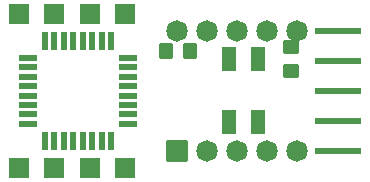
<source format=gbr>
%TF.GenerationSoftware,KiCad,Pcbnew,7.0.9*%
%TF.CreationDate,2024-03-13T00:39:00-05:00*%
%TF.ProjectId,DISPLAY,44495350-4c41-4592-9e6b-696361645f70,rev?*%
%TF.SameCoordinates,Original*%
%TF.FileFunction,Soldermask,Top*%
%TF.FilePolarity,Negative*%
%FSLAX46Y46*%
G04 Gerber Fmt 4.6, Leading zero omitted, Abs format (unit mm)*
G04 Created by KiCad (PCBNEW 7.0.9) date 2024-03-13 00:39:00*
%MOMM*%
%LPD*%
G01*
G04 APERTURE LIST*
G04 Aperture macros list*
%AMRoundRect*
0 Rectangle with rounded corners*
0 $1 Rounding radius*
0 $2 $3 $4 $5 $6 $7 $8 $9 X,Y pos of 4 corners*
0 Add a 4 corners polygon primitive as box body*
4,1,4,$2,$3,$4,$5,$6,$7,$8,$9,$2,$3,0*
0 Add four circle primitives for the rounded corners*
1,1,$1+$1,$2,$3*
1,1,$1+$1,$4,$5*
1,1,$1+$1,$6,$7*
1,1,$1+$1,$8,$9*
0 Add four rect primitives between the rounded corners*
20,1,$1+$1,$2,$3,$4,$5,0*
20,1,$1+$1,$4,$5,$6,$7,0*
20,1,$1+$1,$6,$7,$8,$9,0*
20,1,$1+$1,$8,$9,$2,$3,0*%
G04 Aperture macros list end*
%ADD10R,4.000000X0.560000*%
%ADD11R,1.700000X1.700000*%
%ADD12C,1.824000*%
%ADD13RoundRect,0.102000X0.810000X-0.810000X0.810000X0.810000X-0.810000X0.810000X-0.810000X-0.810000X0*%
%ADD14RoundRect,0.250000X0.350000X0.450000X-0.350000X0.450000X-0.350000X-0.450000X0.350000X-0.450000X0*%
%ADD15RoundRect,0.250000X0.450000X-0.350000X0.450000X0.350000X-0.450000X0.350000X-0.450000X-0.350000X0*%
%ADD16RoundRect,0.102000X-0.525000X0.937500X-0.525000X-0.937500X0.525000X-0.937500X0.525000X0.937500X0*%
%ADD17RoundRect,0.102000X0.525000X-0.937500X0.525000X0.937500X-0.525000X0.937500X-0.525000X-0.937500X0*%
%ADD18R,0.550000X1.600000*%
%ADD19R,1.600000X0.550000*%
G04 APERTURE END LIST*
D10*
%TO.C,J11*%
X168000000Y-82410000D03*
X168000000Y-84950000D03*
X168000000Y-87490000D03*
X168000000Y-90030000D03*
X168000000Y-92570000D03*
%TD*%
D11*
%TO.C,J6*%
X150000000Y-81000000D03*
%TD*%
D12*
%TO.C,D2*%
X154420000Y-82420000D03*
X156960000Y-82420000D03*
X159500000Y-82420000D03*
X162040000Y-82420000D03*
X164580000Y-82420000D03*
X164580000Y-92580000D03*
X162040000Y-92580000D03*
X159500000Y-92580000D03*
X156960000Y-92580000D03*
D13*
X154420000Y-92580000D03*
%TD*%
D14*
%TO.C,R2*%
X155500000Y-84100000D03*
X153500000Y-84100000D03*
%TD*%
D15*
%TO.C,R1*%
X164000000Y-85820000D03*
X164000000Y-83820000D03*
%TD*%
D11*
%TO.C,J7*%
X141000000Y-94000000D03*
%TD*%
%TO.C,J8*%
X144000000Y-94000000D03*
%TD*%
%TO.C,J1*%
X141000000Y-81000000D03*
%TD*%
%TO.C,J9*%
X147000000Y-94000000D03*
%TD*%
D16*
%TO.C,D1*%
X161250000Y-84837500D03*
D17*
X161250000Y-90162500D03*
D16*
X158750000Y-84837500D03*
D17*
X158750000Y-90162500D03*
%TD*%
D18*
%TO.C,U1*%
X143200000Y-91750000D03*
X144000000Y-91750000D03*
X144800000Y-91750000D03*
X145600000Y-91750000D03*
X146400000Y-91750000D03*
X147200000Y-91750000D03*
X148000000Y-91750000D03*
X148800000Y-91750000D03*
D19*
X150250000Y-90300000D03*
X150250000Y-89500000D03*
X150250000Y-88700000D03*
X150250000Y-87900000D03*
X150250000Y-87100000D03*
X150250000Y-86300000D03*
X150250000Y-85500000D03*
X150250000Y-84700000D03*
D18*
X148800000Y-83250000D03*
X148000000Y-83250000D03*
X147200000Y-83250000D03*
X146400000Y-83250000D03*
X145600000Y-83250000D03*
X144800000Y-83250000D03*
X144000000Y-83250000D03*
X143200000Y-83250000D03*
D19*
X141750000Y-84700000D03*
X141750000Y-85500000D03*
X141750000Y-86300000D03*
X141750000Y-87100000D03*
X141750000Y-87900000D03*
X141750000Y-88700000D03*
X141750000Y-89500000D03*
X141750000Y-90300000D03*
%TD*%
D11*
%TO.C,J3*%
X147000000Y-81000000D03*
%TD*%
%TO.C,J10*%
X150000000Y-94000000D03*
%TD*%
%TO.C,J2*%
X144000000Y-81000000D03*
%TD*%
M02*

</source>
